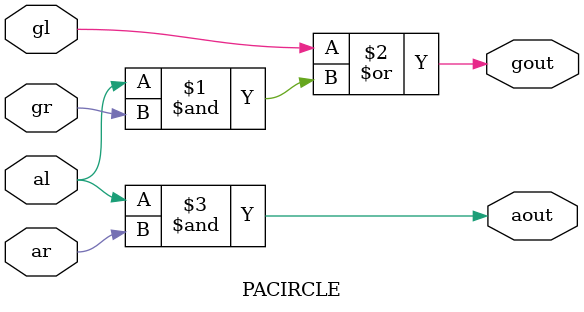
<source format=v>
module PADOT(gl,al,gr,gout);
 input gl,al,gr;
 output gout;
 
 assign gout=gl|(al&gr);
 
endmodule

module PACIRCLE(gl,al,gr,ar,gout,aout);
    input gl,al,gr,ar;
    output gout,aout;
    
    assign gout=gl|(al&gr);
    assign  aout=al&ar;
    
endmodule
</source>
